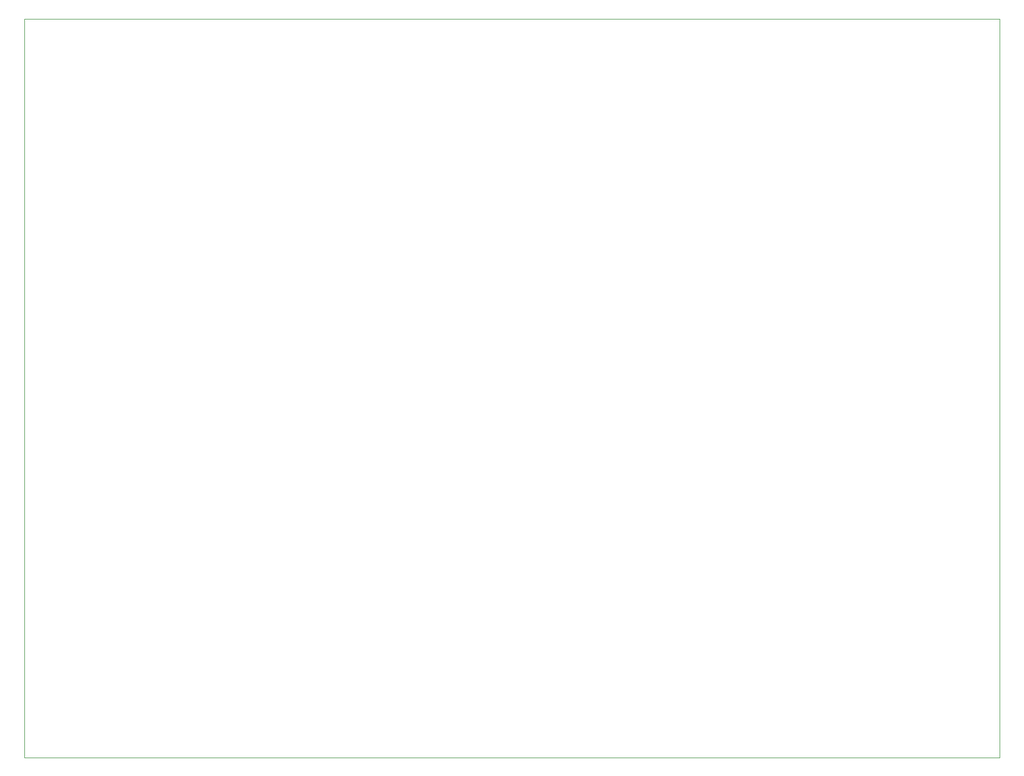
<source format=gbr>
%TF.GenerationSoftware,KiCad,Pcbnew,5.1.9-73d0e3b20d~88~ubuntu20.04.1*%
%TF.CreationDate,2021-05-02T14:23:53-04:00*%
%TF.ProjectId,phono-amp,70686f6e-6f2d-4616-9d70-2e6b69636164,rev?*%
%TF.SameCoordinates,Original*%
%TF.FileFunction,Profile,NP*%
%FSLAX46Y46*%
G04 Gerber Fmt 4.6, Leading zero omitted, Abs format (unit mm)*
G04 Created by KiCad (PCBNEW 5.1.9-73d0e3b20d~88~ubuntu20.04.1) date 2021-05-02 14:23:53*
%MOMM*%
%LPD*%
G01*
G04 APERTURE LIST*
%TA.AperFunction,Profile*%
%ADD10C,0.050000*%
%TD*%
G04 APERTURE END LIST*
D10*
X222250000Y-36830000D02*
X69850000Y-36830000D01*
X222250000Y-152400000D02*
X222250000Y-36830000D01*
X69850000Y-152400000D02*
X222250000Y-152400000D01*
X69850000Y-36830000D02*
X69850000Y-152400000D01*
M02*

</source>
